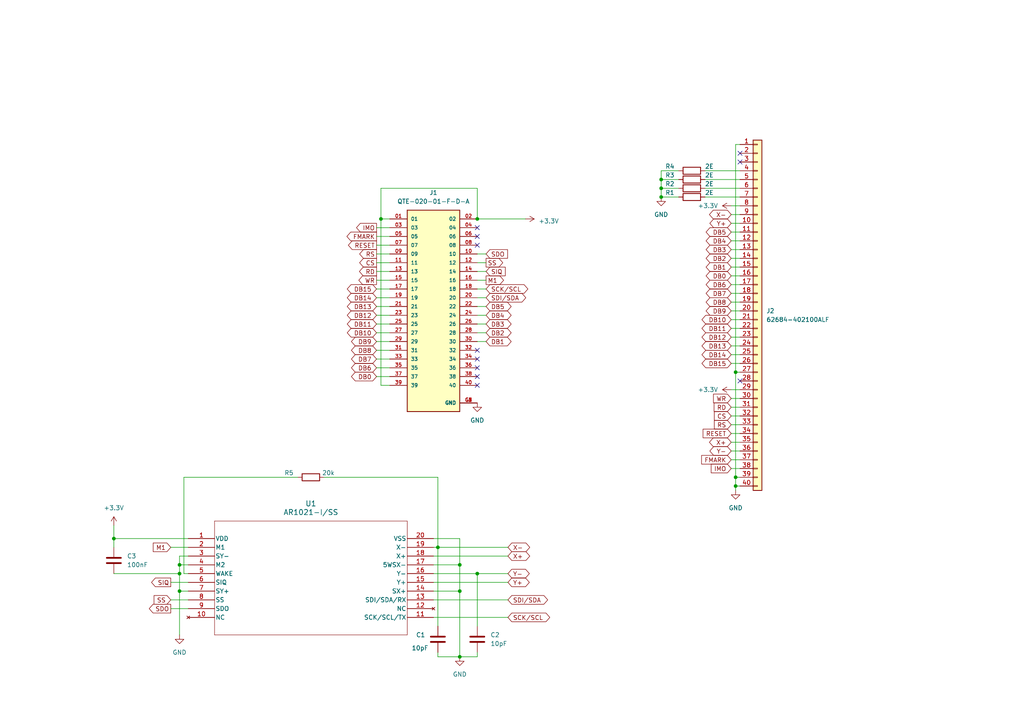
<source format=kicad_sch>
(kicad_sch (version 20230121) (generator eeschema)
  (paper "A4")
  (lib_symbols
    (symbol "Connector_Generic:Conn_01x40" (pin_names (offset 1.016) hide)
      (property "Reference" "J" (at 0 50.8 0))
      (property "Value" "Conn_01x40" (at 0 -53.34 0))
      (symbol "Conn_01x40_1_1"
        (rectangle (start -1.27 -50.673) (end 0 -50.927) (stroke (width 0.1524)))
        (rectangle (start -1.27 -48.133) (end 0 -48.387) (stroke (width 0.1524)))
        (rectangle (start -1.27 -45.593) (end 0 -45.847) (stroke (width 0.1524)))
        (rectangle (start -1.27 -43.053) (end 0 -43.307) (stroke (width 0.1524)))
        (rectangle (start -1.27 -40.513) (end 0 -40.767) (stroke (width 0.1524)))
        (rectangle (start -1.27 -37.973) (end 0 -38.227) (stroke (width 0.1524)))
        (rectangle (start -1.27 -35.433) (end 0 -35.687) (stroke (width 0.1524)))
        (rectangle (start -1.27 -32.893) (end 0 -33.147) (stroke (width 0.1524)))
        (rectangle (start -1.27 -30.353) (end 0 -30.607) (stroke (width 0.1524)))
        (rectangle (start -1.27 -27.813) (end 0 -28.067) (stroke (width 0.1524)))
        (rectangle (start -1.27 -25.273) (end 0 -25.527) (stroke (width 0.1524)))
        (rectangle (start -1.27 -22.733) (end 0 -22.987) (stroke (width 0.1524)))
        (rectangle (start -1.27 -20.193) (end 0 -20.447) (stroke (width 0.1524)))
        (rectangle (start -1.27 -17.653) (end 0 -17.907) (stroke (width 0.1524)))
        (rectangle (start -1.27 -15.113) (end 0 -15.367) (stroke (width 0.1524)))
        (rectangle (start -1.27 -12.573) (end 0 -12.827) (stroke (width 0.1524)))
        (rectangle (start -1.27 -10.033) (end 0 -10.287) (stroke (width 0.1524)))
        (rectangle (start -1.27 -7.493) (end 0 -7.747) (stroke (width 0.1524)))
        (rectangle (start -1.27 -4.953) (end 0 -5.207) (stroke (width 0.1524)))
        (rectangle (start -1.27 -2.413) (end 0 -2.667) (stroke (width 0.1524)))
        (rectangle (start -1.27 0.127) (end 0 -0.127) (stroke (width 0.1524)))
        (rectangle (start -1.27 2.667) (end 0 2.413) (stroke (width 0.1524)))
        (rectangle (start -1.27 5.207) (end 0 4.953) (stroke (width 0.1524)))
        (rectangle (start -1.27 7.747) (end 0 7.493) (stroke (width 0.1524)))
        (rectangle (start -1.27 10.287) (end 0 10.033) (stroke (width 0.1524)))
        (rectangle (start -1.27 12.827) (end 0 12.573) (stroke (width 0.1524)))
        (rectangle (start -1.27 15.367) (end 0 15.113) (stroke (width 0.1524)))
        (rectangle (start -1.27 17.907) (end 0 17.653) (stroke (width 0.1524)))
        (rectangle (start -1.27 20.447) (end 0 20.193) (stroke (width 0.1524)))
        (rectangle (start -1.27 22.987) (end 0 22.733) (stroke (width 0.1524)))
        (rectangle (start -1.27 25.527) (end 0 25.273) (stroke (width 0.1524)))
        (rectangle (start -1.27 28.067) (end 0 27.813) (stroke (width 0.1524)))
        (rectangle (start -1.27 30.607) (end 0 30.353) (stroke (width 0.1524)))
        (rectangle (start -1.27 33.147) (end 0 32.893) (stroke (width 0.1524)))
        (rectangle (start -1.27 35.687) (end 0 35.433) (stroke (width 0.1524)))
        (rectangle (start -1.27 38.227) (end 0 37.973) (stroke (width 0.1524)))
        (rectangle (start -1.27 40.767) (end 0 40.513) (stroke (width 0.1524)))
        (rectangle (start -1.27 43.307) (end 0 43.053) (stroke (width 0.1524)))
        (rectangle (start -1.27 45.847) (end 0 45.593) (stroke (width 0.1524)))
        (rectangle (start -1.27 48.387) (end 0 48.133) (stroke (width 0.1524)))
        (rectangle (start -1.27 49.53) (end 1.27 -52.07) (stroke (width 0.254)) (fill (type background)))
        (pin passive line (at -5.08 48.26 0) (length 3.81) (name "Pin_1") (number "1"))
        (pin passive line (at -5.08 25.4 0) (length 3.81) (name "Pin_10") (number "10"))
        (pin passive line (at -5.08 22.86 0) (length 3.81) (name "Pin_11") (number "11"))
        (pin passive line (at -5.08 20.32 0) (length 3.81) (name "Pin_12") (number "12"))
        (pin passive line (at -5.08 17.78 0) (length 3.81) (name "Pin_13") (number "13"))
        (pin passive line (at -5.08 15.24 0) (length 3.81) (name "Pin_14") (number "14"))
        (pin passive line (at -5.08 12.7 0) (length 3.81) (name "Pin_15") (number "15"))
        (pin passive line (at -5.08 10.16 0) (length 3.81) (name "Pin_16") (number "16"))
        (pin passive line (at -5.08 7.62 0) (length 3.81) (name "Pin_17") (number "17"))
        (pin passive line (at -5.08 5.08 0) (length 3.81) (name "Pin_18") (number "18"))
        (pin passive line (at -5.08 2.54 0) (length 3.81) (name "Pin_19") (number "19"))
        (pin passive line (at -5.08 45.72 0) (length 3.81) (name "Pin_2") (number "2"))
        (pin passive line (at -5.08 0 0) (length 3.81) (name "Pin_20") (number "20"))
        (pin passive line (at -5.08 -2.54 0) (length 3.81) (name "Pin_21") (number "21"))
        (pin passive line (at -5.08 -5.08 0) (length 3.81) (name "Pin_22") (number "22"))
        (pin passive line (at -5.08 -7.62 0) (length 3.81) (name "Pin_23") (number "23"))
        (pin passive line (at -5.08 -10.16 0) (length 3.81) (name "Pin_24") (number "24"))
        (pin passive line (at -5.08 -12.7 0) (length 3.81) (name "Pin_25") (number "25"))
        (pin passive line (at -5.08 -15.24 0) (length 3.81) (name "Pin_26") (number "26"))
        (pin passive line (at -5.08 -17.78 0) (length 3.81) (name "Pin_27") (number "27"))
        (pin passive line (at -5.08 -20.32 0) (length 3.81) (name "Pin_28") (number "28"))
        (pin passive line (at -5.08 -22.86 0) (length 3.81) (name "Pin_29") (number "29"))
        (pin passive line (at -5.08 43.18 0) (length 3.81) (name "Pin_3") (number "3"))
        (pin passive line (at -5.08 -25.4 0) (length 3.81) (name "Pin_30") (number "30"))
        (pin passive line (at -5.08 -27.94 0) (length 3.81) (name "Pin_31") (number "31"))
        (pin passive line (at -5.08 -30.48 0) (length 3.81) (name "Pin_32") (number "32"))
        (pin passive line (at -5.08 -33.02 0) (length 3.81) (name "Pin_33") (number "33"))
        (pin passive line (at -5.08 -35.56 0) (length 3.81) (name "Pin_34") (number "34"))
        (pin passive line (at -5.08 -38.1 0) (length 3.81) (name "Pin_35") (number "35"))
        (pin passive line (at -5.08 -40.64 0) (length 3.81) (name "Pin_36") (number "36"))
        (pin passive line (at -5.08 -43.18 0) (length 3.81) (name "Pin_37") (number "37"))
        (pin passive line (at -5.08 -45.72 0) (length 3.81) (name "Pin_38") (number "38"))
        (pin passive line (at -5.08 -48.26 0) (length 3.81) (name "Pin_39") (number "39"))
        (pin passive line (at -5.08 40.64 0) (length 3.81) (name "Pin_4") (number "4"))
        (pin passive line (at -5.08 -50.8 0) (length 3.81) (name "Pin_40") (number "40"))
        (pin passive line (at -5.08 38.1 0) (length 3.81) (name "Pin_5") (number "5"))
        (pin passive line (at -5.08 35.56 0) (length 3.81) (name "Pin_6") (number "6"))
        (pin passive line (at -5.08 33.02 0) (length 3.81) (name "Pin_7") (number "7"))
        (pin passive line (at -5.08 30.48 0) (length 3.81) (name "Pin_8") (number "8"))
        (pin passive line (at -5.08 27.94 0) (length 3.81) (name "Pin_9") (number "9"))
      )
    )
    (symbol "Device:C" (pin_numbers hide) (pin_names (offset 0.254))
      (property "Reference" "C" (at 0.635 2.54 0))
      (property "Value" "C" (at 0.635 -2.54 0))
      (symbol "C_0_1"
        (polyline (pts (xy -2.032 -0.762) (xy 2.032 -0.762)) (stroke (width 0.508)))
        (polyline (pts (xy -2.032 0.762) (xy 2.032 0.762)) (stroke (width 0.508)))
      )
      (symbol "C_1_1"
        (pin passive line (at 0 3.81 270) (length 2.794) (name "~") (number "1"))
        (pin passive line (at 0 -3.81 90) (length 2.794) (name "~") (number "2"))
      )
    )
    (symbol "Device:R" (pin_numbers hide) (pin_names (offset 0))
      (property "Reference" "R" (at 2.032 0 90))
      (property "Value" "R" (at 0 0 90))
      (symbol "R_0_1"
        (rectangle (start -1.016 -2.54) (end 1.016 2.54) (stroke (width 0.254)))
      )
      (symbol "R_1_1"
        (pin passive line (at 0 3.81 270) (length 1.27) (name "~") (number "1"))
        (pin passive line (at 0 -3.81 90) (length 1.27) (name "~") (number "2"))
      )
    )
    (symbol "addOnTemplate:QTE-020-01-X-D-A" (pin_names (offset 1.016))
      (property "Reference" "J" (at -7.62 28.702 0))
      (property "Value" "QTE-020-01-X-D-A" (at -7.62 -31.242 0))
      (symbol "QTE-020-01-X-D-A_0_0"
        (rectangle (start -7.62 27.94) (end 7.62 -30.48) (stroke (width 0.254)) (fill (type background)))
        (pin passive line (at -12.7 25.4 0) (length 5.08) (name "01") (number "01"))
        (pin passive line (at 12.7 25.4 180) (length 5.08) (name "02") (number "02"))
        (pin passive line (at -12.7 22.86 0) (length 5.08) (name "03") (number "03"))
        (pin passive line (at 12.7 22.86 180) (length 5.08) (name "04") (number "04"))
        (pin passive line (at -12.7 20.32 0) (length 5.08) (name "05") (number "05"))
        (pin passive line (at 12.7 20.32 180) (length 5.08) (name "06") (number "06"))
        (pin passive line (at -12.7 17.78 0) (length 5.08) (name "07") (number "07"))
        (pin passive line (at 12.7 17.78 180) (length 5.08) (name "08") (number "08"))
        (pin passive line (at -12.7 15.24 0) (length 5.08) (name "09") (number "09"))
        (pin passive line (at 12.7 15.24 180) (length 5.08) (name "10") (number "10"))
        (pin passive line (at -12.7 12.7 0) (length 5.08) (name "11") (number "11"))
        (pin passive line (at 12.7 12.7 180) (length 5.08) (name "12") (number "12"))
        (pin passive line (at -12.7 10.16 0) (length 5.08) (name "13") (number "13"))
        (pin passive line (at 12.7 10.16 180) (length 5.08) (name "14") (number "14"))
        (pin passive line (at -12.7 7.62 0) (length 5.08) (name "15") (number "15"))
        (pin passive line (at 12.7 7.62 180) (length 5.08) (name "16") (number "16"))
        (pin passive line (at -12.7 5.08 0) (length 5.08) (name "17") (number "17"))
        (pin passive line (at 12.7 5.08 180) (length 5.08) (name "18") (number "18"))
        (pin passive line (at -12.7 2.54 0) (length 5.08) (name "19") (number "19"))
        (pin passive line (at 12.7 2.54 180) (length 5.08) (name "20") (number "20"))
        (pin passive line (at -12.7 0 0) (length 5.08) (name "21") (number "21"))
        (pin passive line (at 12.7 0 180) (length 5.08) (name "22") (number "22"))
        (pin passive line (at -12.7 -2.54 0) (length 5.08) (name "23") (number "23"))
        (pin passive line (at 12.7 -2.54 180) (length 5.08) (name "24") (number "24"))
        (pin passive line (at -12.7 -5.08 0) (length 5.08) (name "25") (number "25"))
        (pin passive line (at 12.7 -5.08 180) (length 5.08) (name "26") (number "26"))
        (pin passive line (at -12.7 -7.62 0) (length 5.08) (name "27") (number "27"))
        (pin passive line (at 12.7 -7.62 180) (length 5.08) (name "28") (number "28"))
        (pin passive line (at -12.7 -10.16 0) (length 5.08) (name "29") (number "29"))
        (pin passive line (at 12.7 -10.16 180) (length 5.08) (name "30") (number "30"))
        (pin passive line (at -12.7 -12.7 0) (length 5.08) (name "31") (number "31"))
        (pin passive line (at 12.7 -12.7 180) (length 5.08) (name "32") (number "32"))
        (pin passive line (at -12.7 -15.24 0) (length 5.08) (name "33") (number "33"))
        (pin passive line (at 12.7 -15.24 180) (length 5.08) (name "34") (number "34"))
        (pin passive line (at -12.7 -17.78 0) (length 5.08) (name "35") (number "35"))
        (pin passive line (at 12.7 -17.78 180) (length 5.08) (name "36") (number "36"))
        (pin passive line (at -12.7 -20.32 0) (length 5.08) (name "37") (number "37"))
        (pin passive line (at 12.7 -20.32 180) (length 5.08) (name "38") (number "38"))
        (pin passive line (at -12.7 -22.86 0) (length 5.08) (name "39") (number "39"))
        (pin passive line (at 12.7 -22.86 180) (length 5.08) (name "40") (number "40"))
        (pin power_in line (at 12.7 -27.94 180) (length 5.08) (name "GND") (number "G1"))
        (pin power_in line (at 12.7 -27.94 180) (length 5.08) (name "GND") (number "G2"))
        (pin power_in line (at 12.7 -27.94 180) (length 5.08) (name "GND") (number "G3"))
        (pin power_in line (at 12.7 -27.94 180) (length 5.08) (name "GND") (number "G4"))
      )
    )
    (symbol "mseAddOn:AR1021-I_SS" (pin_names (offset 0.254))
      (property "Reference" "U" (at 35.56 10.16 0))
      (property "Value" "AR1021-I/SS" (at 35.56 7.62 0))
      (symbol "AR1021-I_SS_0_1"
        (polyline (pts (xy 7.62 -27.94) (xy 63.5 -27.94)) (stroke (width 0.127)))
        (polyline (pts (xy 7.62 5.08) (xy 7.62 -27.94)) (stroke (width 0.127)))
        (polyline (pts (xy 63.5 -27.94) (xy 63.5 5.08)) (stroke (width 0.127)))
        (polyline (pts (xy 63.5 5.08) (xy 7.62 5.08)) (stroke (width 0.127)))
        (pin power_in line (at 0 0 0) (length 7.62) (name "VDD") (number "1"))
        (pin no_connect line (at 0 -22.86 0) (length 7.62) (name "NC") (number "10"))
        (pin unspecified line (at 71.12 -22.86 180) (length 7.62) (name "SCK/SCL/TX") (number "11"))
        (pin no_connect line (at 71.12 -20.32 180) (length 7.62) (name "NC") (number "12"))
        (pin unspecified line (at 71.12 -17.78 180) (length 7.62) (name "SDI/SDA/RX") (number "13"))
        (pin unspecified line (at 71.12 -15.24 180) (length 7.62) (name "SX+") (number "14"))
        (pin unspecified line (at 71.12 -12.7 180) (length 7.62) (name "Y+") (number "15"))
        (pin unspecified line (at 71.12 -10.16 180) (length 7.62) (name "Y-") (number "16"))
        (pin unspecified line (at 71.12 -7.62 180) (length 7.62) (name "5WSX-") (number "17"))
        (pin unspecified line (at 71.12 -5.08 180) (length 7.62) (name "X+") (number "18"))
        (pin unspecified line (at 71.12 -2.54 180) (length 7.62) (name "X-") (number "19"))
        (pin unspecified line (at 0 -2.54 0) (length 7.62) (name "M1") (number "2"))
        (pin power_in line (at 71.12 0 180) (length 7.62) (name "VSS") (number "20"))
        (pin unspecified line (at 0 -5.08 0) (length 7.62) (name "SY-") (number "3"))
        (pin unspecified line (at 0 -7.62 0) (length 7.62) (name "M2") (number "4"))
        (pin unspecified line (at 0 -10.16 0) (length 7.62) (name "WAKE") (number "5"))
        (pin unspecified line (at 0 -12.7 0) (length 7.62) (name "SIQ") (number "6"))
        (pin unspecified line (at 0 -15.24 0) (length 7.62) (name "SY+") (number "7"))
        (pin unspecified line (at 0 -17.78 0) (length 7.62) (name "SS") (number "8"))
        (pin output line (at 0 -20.32 0) (length 7.62) (name "SDO") (number "9"))
      )
    )
    (symbol "power:+3.3V" (power) (pin_names (offset 0))
      (property "Value" "+3.3V" (at 0 3.556 0))
      (symbol "+3.3V_0_1"
        (polyline (pts (xy -0.762 1.27) (xy 0 2.54)))
        (polyline (pts (xy 0 0) (xy 0 2.54)))
        (polyline (pts (xy 0 2.54) (xy 0.762 1.27)))
      )
      (symbol "+3.3V_1_1"
        (pin power_in line (at 0 0 90) (length 0) hide (name "+3.3V") (number "1"))
      )
    )
    (symbol "power:GND" (power) (pin_names (offset 0))
      (property "Value" "GND" (at 0 -3.81 0))
      (symbol "GND_0_1"
        (polyline (pts (xy 0 0) (xy 0 -1.27) (xy 1.27 -1.27) (xy 0 -2.54) (xy -1.27 -1.27) (xy 0 -1.27)))
      )
      (symbol "GND_1_1"
        (pin power_in line (at 0 0 270) (length 0) hide (name "GND") (number "1"))
      )
    )
  )
  (junction (at 191.77 54.61))
  (junction (at 138.43 63.5))
  (junction (at 213.36 107.95))
  (junction (at 191.77 52.07))
  (junction (at 213.36 140.97))
  (junction (at 52.07 163.83))
  (junction (at 52.07 166.37))
  (junction (at 110.49 63.5))
  (junction (at 127 158.75))
  (junction (at 133.35 171.45))
  (junction (at 213.36 138.43))
  (junction (at 133.35 163.83))
  (junction (at 191.77 57.15))
  (junction (at 138.43 166.37))
  (junction (at 133.35 190.5))
  (junction (at 33.02 156.21))
  (junction (at 52.07 171.45))
  (no_connect (at 138.43 66.04))
  (no_connect (at 138.43 71.12))
  (no_connect (at 138.43 109.22))
  (no_connect (at 138.43 101.6))
  (no_connect (at 138.43 68.58))
  (no_connect (at 138.43 104.14))
  (no_connect (at 138.43 106.68))
  (no_connect (at 214.63 46.99))
  (no_connect (at 214.63 110.49))
  (no_connect (at 214.63 44.45))
  (no_connect (at 138.43 111.76))
  (wire (pts (xy 212.09 95.25) (xy 214.63 95.25)))
  (wire (pts (xy 109.22 109.22) (xy 113.03 109.22)))
  (wire (pts (xy 214.63 107.95) (xy 213.36 107.95)))
  (wire (pts (xy 212.09 113.03) (xy 214.63 113.03)))
  (wire (pts (xy 212.09 62.23) (xy 214.63 62.23)))
  (wire (pts (xy 133.35 171.45) (xy 133.35 190.5)))
  (wire (pts (xy 52.07 171.45) (xy 52.07 184.15)))
  (wire (pts (xy 33.02 166.37) (xy 52.07 166.37)))
  (wire (pts (xy 138.43 81.28) (xy 140.97 81.28)))
  (wire (pts (xy 212.09 102.87) (xy 214.63 102.87)))
  (wire (pts (xy 138.43 86.36) (xy 140.97 86.36)))
  (wire (pts (xy 204.47 54.61) (xy 214.63 54.61)))
  (wire (pts (xy 204.47 52.07) (xy 214.63 52.07)))
  (wire (pts (xy 212.09 92.71) (xy 214.63 92.71)))
  (wire (pts (xy 152.4 63.5) (xy 138.43 63.5)))
  (wire (pts (xy 125.73 158.75) (xy 127 158.75)))
  (wire (pts (xy 109.22 73.66) (xy 113.03 73.66)))
  (wire (pts (xy 54.61 161.29) (xy 52.07 161.29)))
  (wire (pts (xy 204.47 57.15) (xy 214.63 57.15)))
  (wire (pts (xy 125.73 171.45) (xy 133.35 171.45)))
  (wire (pts (xy 109.22 88.9) (xy 113.03 88.9)))
  (wire (pts (xy 138.43 189.23) (xy 138.43 190.5)))
  (wire (pts (xy 204.47 49.53) (xy 214.63 49.53)))
  (wire (pts (xy 212.09 100.33) (xy 214.63 100.33)))
  (wire (pts (xy 212.09 133.35) (xy 214.63 133.35)))
  (wire (pts (xy 109.22 66.04) (xy 113.03 66.04)))
  (wire (pts (xy 212.09 105.41) (xy 214.63 105.41)))
  (wire (pts (xy 212.09 120.65) (xy 214.63 120.65)))
  (wire (pts (xy 213.36 138.43) (xy 213.36 140.97)))
  (wire (pts (xy 49.53 173.99) (xy 54.61 173.99)))
  (wire (pts (xy 191.77 54.61) (xy 191.77 57.15)))
  (wire (pts (xy 109.22 86.36) (xy 113.03 86.36)))
  (wire (pts (xy 33.02 152.4) (xy 33.02 156.21)))
  (wire (pts (xy 212.09 87.63) (xy 214.63 87.63)))
  (wire (pts (xy 138.43 73.66) (xy 140.97 73.66)))
  (wire (pts (xy 52.07 161.29) (xy 52.07 163.83)))
  (wire (pts (xy 133.35 156.21) (xy 133.35 163.83)))
  (wire (pts (xy 213.36 140.97) (xy 213.36 142.24)))
  (wire (pts (xy 213.36 107.95) (xy 213.36 138.43)))
  (wire (pts (xy 33.02 156.21) (xy 54.61 156.21)))
  (wire (pts (xy 138.43 76.2) (xy 140.97 76.2)))
  (wire (pts (xy 110.49 63.5) (xy 110.49 54.61)))
  (wire (pts (xy 109.22 78.74) (xy 113.03 78.74)))
  (wire (pts (xy 133.35 190.5) (xy 138.43 190.5)))
  (wire (pts (xy 138.43 96.52) (xy 140.97 96.52)))
  (wire (pts (xy 125.73 168.91) (xy 147.32 168.91)))
  (wire (pts (xy 109.22 81.28) (xy 113.03 81.28)))
  (wire (pts (xy 214.63 41.91) (xy 213.36 41.91)))
  (wire (pts (xy 110.49 54.61) (xy 138.43 54.61)))
  (wire (pts (xy 127 189.23) (xy 127 190.5)))
  (wire (pts (xy 212.09 118.11) (xy 214.63 118.11)))
  (wire (pts (xy 138.43 88.9) (xy 140.97 88.9)))
  (wire (pts (xy 125.73 161.29) (xy 147.32 161.29)))
  (wire (pts (xy 49.53 168.91) (xy 54.61 168.91)))
  (wire (pts (xy 52.07 171.45) (xy 54.61 171.45)))
  (wire (pts (xy 212.09 123.19) (xy 214.63 123.19)))
  (wire (pts (xy 125.73 166.37) (xy 138.43 166.37)))
  (wire (pts (xy 212.09 67.31) (xy 214.63 67.31)))
  (wire (pts (xy 33.02 156.21) (xy 33.02 158.75)))
  (wire (pts (xy 138.43 166.37) (xy 138.43 181.61)))
  (wire (pts (xy 53.34 138.43) (xy 53.34 166.37)))
  (wire (pts (xy 196.85 52.07) (xy 191.77 52.07)))
  (wire (pts (xy 109.22 106.68) (xy 113.03 106.68)))
  (wire (pts (xy 191.77 57.15) (xy 196.85 57.15)))
  (wire (pts (xy 212.09 125.73) (xy 214.63 125.73)))
  (wire (pts (xy 110.49 111.76) (xy 113.03 111.76)))
  (wire (pts (xy 53.34 166.37) (xy 54.61 166.37)))
  (wire (pts (xy 212.09 90.17) (xy 214.63 90.17)))
  (wire (pts (xy 138.43 93.98) (xy 140.97 93.98)))
  (wire (pts (xy 49.53 176.53) (xy 54.61 176.53)))
  (wire (pts (xy 109.22 96.52) (xy 113.03 96.52)))
  (wire (pts (xy 212.09 115.57) (xy 214.63 115.57)))
  (wire (pts (xy 213.36 41.91) (xy 213.36 107.95)))
  (wire (pts (xy 109.22 71.12) (xy 113.03 71.12)))
  (wire (pts (xy 212.09 77.47) (xy 214.63 77.47)))
  (wire (pts (xy 109.22 99.06) (xy 113.03 99.06)))
  (wire (pts (xy 109.22 93.98) (xy 113.03 93.98)))
  (wire (pts (xy 109.22 68.58) (xy 113.03 68.58)))
  (wire (pts (xy 109.22 76.2) (xy 113.03 76.2)))
  (wire (pts (xy 109.22 104.14) (xy 113.03 104.14)))
  (wire (pts (xy 113.03 63.5) (xy 110.49 63.5)))
  (wire (pts (xy 212.09 130.81) (xy 214.63 130.81)))
  (wire (pts (xy 109.22 83.82) (xy 113.03 83.82)))
  (wire (pts (xy 212.09 135.89) (xy 214.63 135.89)))
  (wire (pts (xy 127 158.75) (xy 147.32 158.75)))
  (wire (pts (xy 86.36 138.43) (xy 53.34 138.43)))
  (wire (pts (xy 214.63 140.97) (xy 213.36 140.97)))
  (wire (pts (xy 109.22 101.6) (xy 113.03 101.6)))
  (wire (pts (xy 109.22 91.44) (xy 113.03 91.44)))
  (wire (pts (xy 196.85 54.61) (xy 191.77 54.61)))
  (wire (pts (xy 125.73 179.07) (xy 147.32 179.07)))
  (wire (pts (xy 138.43 54.61) (xy 138.43 63.5)))
  (wire (pts (xy 52.07 163.83) (xy 52.07 166.37)))
  (wire (pts (xy 212.09 69.85) (xy 214.63 69.85)))
  (wire (pts (xy 54.61 163.83) (xy 52.07 163.83)))
  (wire (pts (xy 212.09 72.39) (xy 214.63 72.39)))
  (wire (pts (xy 138.43 78.74) (xy 140.97 78.74)))
  (wire (pts (xy 138.43 83.82) (xy 140.97 83.82)))
  (wire (pts (xy 49.53 158.75) (xy 54.61 158.75)))
  (wire (pts (xy 138.43 91.44) (xy 140.97 91.44)))
  (wire (pts (xy 214.63 138.43) (xy 213.36 138.43)))
  (wire (pts (xy 212.09 80.01) (xy 214.63 80.01)))
  (wire (pts (xy 212.09 128.27) (xy 214.63 128.27)))
  (wire (pts (xy 212.09 85.09) (xy 214.63 85.09)))
  (wire (pts (xy 110.49 63.5) (xy 110.49 111.76)))
  (wire (pts (xy 212.09 74.93) (xy 214.63 74.93)))
  (wire (pts (xy 138.43 166.37) (xy 147.32 166.37)))
  (wire (pts (xy 212.09 97.79) (xy 214.63 97.79)))
  (wire (pts (xy 52.07 166.37) (xy 52.07 171.45)))
  (wire (pts (xy 127 138.43) (xy 93.98 138.43)))
  (wire (pts (xy 212.09 64.77) (xy 214.63 64.77)))
  (wire (pts (xy 127 190.5) (xy 133.35 190.5)))
  (wire (pts (xy 133.35 163.83) (xy 133.35 171.45)))
  (wire (pts (xy 138.43 99.06) (xy 140.97 99.06)))
  (wire (pts (xy 191.77 52.07) (xy 191.77 54.61)))
  (wire (pts (xy 212.09 59.69) (xy 214.63 59.69)))
  (wire (pts (xy 196.85 49.53) (xy 191.77 49.53)))
  (wire (pts (xy 125.73 163.83) (xy 133.35 163.83)))
  (wire (pts (xy 127 158.75) (xy 127 181.61)))
  (wire (pts (xy 125.73 173.99) (xy 147.32 173.99)))
  (wire (pts (xy 127 158.75) (xy 127 138.43)))
  (wire (pts (xy 212.09 82.55) (xy 214.63 82.55)))
  (wire (pts (xy 125.73 156.21) (xy 133.35 156.21)))
  (wire (pts (xy 191.77 49.53) (xy 191.77 52.07)))
  (global_label "DB12" (shape bidirectional) (at 109.22 91.44 180) (property "Intersheetrefs" "${INTERSHEET_REFS}" (effects hide)))
  (global_label "DB9" (shape bidirectional) (at 109.22 99.06 180) (property "Intersheetrefs" "${INTERSHEET_REFS}" (effects hide)))
  (global_label "DB13" (shape bidirectional) (at 212.09 100.33 180) (property "Intersheetrefs" "${INTERSHEET_REFS}" (effects hide)))
  (global_label "X+" (shape bidirectional) (at 212.09 128.27 180) (property "Intersheetrefs" "${INTERSHEET_REFS}" (effects hide)))
  (global_label "RESET" (shape input) (at 212.09 125.73 180) (property "Intersheetrefs" "${INTERSHEET_REFS}" (effects hide)))
  (global_label "DB2" (shape bidirectional) (at 212.09 74.93 180) (property "Intersheetrefs" "${INTERSHEET_REFS}" (effects hide)))
  (global_label "DB6" (shape bidirectional) (at 212.09 82.55 180) (property "Intersheetrefs" "${INTERSHEET_REFS}" (effects hide)))
  (global_label "DB9" (shape bidirectional) (at 212.09 90.17 180) (property "Intersheetrefs" "${INTERSHEET_REFS}" (effects hide)))
  (global_label "DB15" (shape bidirectional) (at 212.09 105.41 180) (property "Intersheetrefs" "${INTERSHEET_REFS}" (effects hide)))
  (global_label "SDI{slash}SDA" (shape bidirectional) (at 140.97 86.36 0) (property "Intersheetrefs" "${INTERSHEET_REFS}" (effects hide)))
  (global_label "DB2" (shape bidirectional) (at 140.97 96.52 0) (property "Intersheetrefs" "${INTERSHEET_REFS}" (effects hide)))
  (global_label "DB12" (shape bidirectional) (at 212.09 97.79 180) (property "Intersheetrefs" "${INTERSHEET_REFS}" (effects hide)))
  (global_label "DB10" (shape bidirectional) (at 109.22 96.52 180) (property "Intersheetrefs" "${INTERSHEET_REFS}" (effects hide)))
  (global_label "X-" (shape bidirectional) (at 212.09 62.23 180) (property "Intersheetrefs" "${INTERSHEET_REFS}" (effects hide)))
  (global_label "Y+" (shape bidirectional) (at 147.32 168.91 0) (property "Intersheetrefs" "${INTERSHEET_REFS}" (effects hide)))
  (global_label "WR" (shape output) (at 109.22 81.28 180) (property "Intersheetrefs" "${INTERSHEET_REFS}" (effects hide)))
  (global_label "M1" (shape output) (at 140.97 81.28 0) (property "Intersheetrefs" "${INTERSHEET_REFS}" (effects hide)))
  (global_label "SS" (shape input) (at 49.53 173.99 180) (property "Intersheetrefs" "${INTERSHEET_REFS}" (effects hide)))
  (global_label "DB14" (shape bidirectional) (at 109.22 86.36 180) (property "Intersheetrefs" "${INTERSHEET_REFS}" (effects hide)))
  (global_label "SIQ" (shape input) (at 140.97 78.74 0) (property "Intersheetrefs" "${INTERSHEET_REFS}" (effects hide)))
  (global_label "SDO" (shape input) (at 140.97 73.66 0) (property "Intersheetrefs" "${INTERSHEET_REFS}" (effects hide)))
  (global_label "X+" (shape bidirectional) (at 147.32 161.29 0) (property "Intersheetrefs" "${INTERSHEET_REFS}" (effects hide)))
  (global_label "RS" (shape output) (at 109.22 73.66 180) (property "Intersheetrefs" "${INTERSHEET_REFS}" (effects hide)))
  (global_label "DB13" (shape bidirectional) (at 109.22 88.9 180) (property "Intersheetrefs" "${INTERSHEET_REFS}" (effects hide)))
  (global_label "DB3" (shape bidirectional) (at 212.09 72.39 180) (property "Intersheetrefs" "${INTERSHEET_REFS}" (effects hide)))
  (global_label "SDI{slash}SDA" (shape bidirectional) (at 147.32 173.99 0) (property "Intersheetrefs" "${INTERSHEET_REFS}" (effects hide)))
  (global_label "IMO" (shape input) (at 212.09 135.89 180) (property "Intersheetrefs" "${INTERSHEET_REFS}" (effects hide)))
  (global_label "SCK{slash}SCL" (shape bidirectional) (at 140.97 83.82 0) (property "Intersheetrefs" "${INTERSHEET_REFS}" (effects hide)))
  (global_label "DB4" (shape bidirectional) (at 212.09 69.85 180) (property "Intersheetrefs" "${INTERSHEET_REFS}" (effects hide)))
  (global_label "FMARK" (shape input) (at 212.09 133.35 180) (property "Intersheetrefs" "${INTERSHEET_REFS}" (effects hide)))
  (global_label "DB8" (shape bidirectional) (at 212.09 87.63 180) (property "Intersheetrefs" "${INTERSHEET_REFS}" (effects hide)))
  (global_label "DB6" (shape bidirectional) (at 109.22 106.68 180) (property "Intersheetrefs" "${INTERSHEET_REFS}" (effects hide)))
  (global_label "DB4" (shape bidirectional) (at 140.97 91.44 0) (property "Intersheetrefs" "${INTERSHEET_REFS}" (effects hide)))
  (global_label "FMARK" (shape output) (at 109.22 68.58 180) (property "Intersheetrefs" "${INTERSHEET_REFS}" (effects hide)))
  (global_label "SS" (shape output) (at 140.97 76.2 0) (property "Intersheetrefs" "${INTERSHEET_REFS}" (effects hide)))
  (global_label "DB5" (shape bidirectional) (at 140.97 88.9 0) (property "Intersheetrefs" "${INTERSHEET_REFS}" (effects hide)))
  (global_label "Y-" (shape bidirectional) (at 212.09 130.81 180) (property "Intersheetrefs" "${INTERSHEET_REFS}" (effects hide)))
  (global_label "DB7" (shape bidirectional) (at 212.09 85.09 180) (property "Intersheetrefs" "${INTERSHEET_REFS}" (effects hide)))
  (global_label "WR" (shape input) (at 212.09 115.57 180) (property "Intersheetrefs" "${INTERSHEET_REFS}" (effects hide)))
  (global_label "RS" (shape input) (at 212.09 123.19 180) (property "Intersheetrefs" "${INTERSHEET_REFS}" (effects hide)))
  (global_label "RESET" (shape output) (at 109.22 71.12 180) (property "Intersheetrefs" "${INTERSHEET_REFS}" (effects hide)))
  (global_label "IMO" (shape output) (at 109.22 66.04 180) (property "Intersheetrefs" "${INTERSHEET_REFS}" (effects hide)))
  (global_label "Y-" (shape bidirectional) (at 147.32 166.37 0) (property "Intersheetrefs" "${INTERSHEET_REFS}" (effects hide)))
  (global_label "X-" (shape bidirectional) (at 147.32 158.75 0) (property "Intersheetrefs" "${INTERSHEET_REFS}" (effects hide)))
  (global_label "DB15" (shape bidirectional) (at 109.22 83.82 180) (property "Intersheetrefs" "${INTERSHEET_REFS}" (effects hide)))
  (global_label "DB1" (shape bidirectional) (at 140.97 99.06 0) (property "Intersheetrefs" "${INTERSHEET_REFS}" (effects hide)))
  (global_label "DB14" (shape bidirectional) (at 212.09 102.87 180) (property "Intersheetrefs" "${INTERSHEET_REFS}" (effects hide)))
  (global_label "SIQ" (shape output) (at 49.53 168.91 180) (property "Intersheetrefs" "${INTERSHEET_REFS}" (effects hide)))
  (global_label "DB7" (shape bidirectional) (at 109.22 104.14 180) (property "Intersheetrefs" "${INTERSHEET_REFS}" (effects hide)))
  (global_label "M1" (shape input) (at 49.53 158.75 180) (property "Intersheetrefs" "${INTERSHEET_REFS}" (effects hide)))
  (global_label "DB8" (shape bidirectional) (at 109.22 101.6 180) (property "Intersheetrefs" "${INTERSHEET_REFS}" (effects hide)))
  (global_label "DB0" (shape bidirectional) (at 212.09 80.01 180) (property "Intersheetrefs" "${INTERSHEET_REFS}" (effects hide)))
  (global_label "DB1" (shape bidirectional) (at 212.09 77.47 180) (property "Intersheetrefs" "${INTERSHEET_REFS}" (effects hide)))
  (global_label "Y+" (shape bidirectional) (at 212.09 64.77 180) (property "Intersheetrefs" "${INTERSHEET_REFS}" (effects hide)))
  (global_label "RD" (shape input) (at 212.09 118.11 180) (property "Intersheetrefs" "${INTERSHEET_REFS}" (effects hide)))
  (global_label "DB3" (shape bidirectional) (at 140.97 93.98 0) (property "Intersheetrefs" "${INTERSHEET_REFS}" (effects hide)))
  (global_label "DB0" (shape bidirectional) (at 109.22 109.22 180) (property "Intersheetrefs" "${INTERSHEET_REFS}" (effects hide)))
  (global_label "DB11" (shape bidirectional) (at 109.22 93.98 180) (property "Intersheetrefs" "${INTERSHEET_REFS}" (effects hide)))
  (global_label "CS" (shape output) (at 109.22 76.2 180) (property "Intersheetrefs" "${INTERSHEET_REFS}" (effects hide)))
  (global_label "SCK{slash}SCL" (shape bidirectional) (at 147.32 179.07 0) (property "Intersheetrefs" "${INTERSHEET_REFS}" (effects hide)))
  (global_label "DB5" (shape bidirectional) (at 212.09 67.31 180) (property "Intersheetrefs" "${INTERSHEET_REFS}" (effects hide)))
  (global_label "DB10" (shape bidirectional) (at 212.09 92.71 180) (property "Intersheetrefs" "${INTERSHEET_REFS}" (effects hide)))
  (global_label "SDO" (shape output) (at 49.53 176.53 180) (property "Intersheetrefs" "${INTERSHEET_REFS}" (effects hide)))
  (global_label "CS" (shape input) (at 212.09 120.65 180) (property "Intersheetrefs" "${INTERSHEET_REFS}" (effects hide)))
  (global_label "DB11" (shape bidirectional) (at 212.09 95.25 180) (property "Intersheetrefs" "${INTERSHEET_REFS}" (effects hide)))
  (global_label "RD" (shape output) (at 109.22 78.74 180) (property "Intersheetrefs" "${INTERSHEET_REFS}" (effects hide)))
  (symbol (lib_id "power:GND") (at 133.35 190.5 0) (unit 1)
    (property "Reference" "#PWR08" (effects hide))
    (property "Value" "GND" (at 133.35 195.58 0))
  )
  (symbol (lib_id "power:GND") (at 213.36 142.24 0) (unit 1)
    (property "Reference" "#PWR03" (effects hide))
    (property "Value" "GND" (at 213.36 147.32 0))
  )
  (symbol (lib_id "power:GND") (at 138.43 116.84 0) (unit 1)
    (property "Reference" "#PWR01" (effects hide))
    (property "Value" "GND" (at 138.43 121.92 0))
  )
  (symbol (lib_id "Connector_Generic:Conn_01x40") (at 219.71 90.17 0) (unit 1)
    (property "Reference" "J2" (at 222.25 90.17 0) (effects (justify left)))
    (property "Value" "62684-402100ALF" (at 222.25 92.71 0) (effects (justify left)))
    (property "Footprint" "mseAddOn:CONN_62684-402100ALF_AMP" (effects hide))
  )
  (symbol (lib_id "Device:R") (at 200.66 54.61 90) (unit 1)
    (property "Reference" "R2" (at 194.31 53.34 90))
    (property "Value" "2E" (at 205.74 53.34 90))
    (property "Footprint" "Resistor_SMD:R_0402_1005Metric" (effects hide))
  )
  (symbol (lib_id "Device:C") (at 33.02 162.56 0) (unit 1)
    (property "Reference" "C3" (at 36.83 161.29 0) (effects (justify left)))
    (property "Value" "100nF" (at 36.83 163.83 0) (effects (justify left)))
    (property "Footprint" "Capacitor_SMD:C_0402_1005Metric" (effects hide))
  )
  (symbol (lib_id "power:+3.3V") (at 33.02 152.4 0) (unit 1)
    (property "Reference" "#PWR09" (effects hide))
    (property "Value" "+3.3V" (at 33.02 147.32 0))
  )
  (symbol (lib_id "power:GND") (at 52.07 184.15 0) (unit 1)
    (property "Reference" "#PWR07" (effects hide))
    (property "Value" "GND" (at 52.07 189.23 0))
  )
  (symbol (lib_id "Device:R") (at 90.17 138.43 90) (unit 1)
    (property "Reference" "R5" (at 83.82 137.16 90))
    (property "Value" "20k" (at 95.25 137.16 90))
    (property "Footprint" "Resistor_SMD:R_0402_1005Metric" (effects hide))
  )
  (symbol (lib_id "power:+3.3V") (at 212.09 113.03 90) (unit 1)
    (property "Reference" "#PWR04" (effects hide))
    (property "Value" "+3.3V" (at 208.28 113.03 90) (effects (justify left)))
  )
  (symbol (lib_id "Device:C") (at 138.43 185.42 0) (unit 1)
    (property "Reference" "C2" (at 142.24 184.15 0) (effects (justify left)))
    (property "Value" "10pF" (at 142.24 186.69 0) (effects (justify left)))
    (property "Footprint" "Capacitor_SMD:C_0402_1005Metric" (effects hide))
  )
  (symbol (lib_id "power:+3.3V") (at 152.4 63.5 270) (unit 1)
    (property "Reference" "#PWR02" (effects hide))
    (property "Value" "+3.3V" (at 156.21 64.135 90) (effects (justify left)))
  )
  (symbol (lib_id "Device:C") (at 127 185.42 0) (unit 1)
    (property "Reference" "C1" (at 120.65 184.15 0) (effects (justify left)))
    (property "Value" "10pF" (at 119.38 187.96 0) (effects (justify left)))
    (property "Footprint" "Capacitor_SMD:C_0402_1005Metric" (effects hide))
  )
  (symbol (lib_id "Device:R") (at 200.66 52.07 90) (unit 1)
    (property "Reference" "R3" (at 194.31 50.8 90))
    (property "Value" "2E" (at 205.74 50.8 90))
    (property "Footprint" "Resistor_SMD:R_0402_1005Metric" (effects hide))
  )
  (symbol (lib_id "Device:R") (at 200.66 49.53 90) (unit 1)
    (property "Reference" "R4" (at 194.31 48.26 90))
    (property "Value" "2E" (at 205.74 48.26 90))
    (property "Footprint" "Resistor_SMD:R_0402_1005Metric" (effects hide))
  )
  (symbol (lib_id "Device:R") (at 200.66 57.15 90) (unit 1)
    (property "Reference" "R1" (at 194.31 55.88 90))
    (property "Value" "2E" (at 205.74 55.88 90))
    (property "Footprint" "Resistor_SMD:R_0402_1005Metric" (effects hide))
  )
  (symbol (lib_id "addOnTemplate:QTE-020-01-X-D-A") (at 125.73 88.9 0) (unit 1)
    (property "Reference" "J1" (at 125.73 55.88 0))
    (property "Value" "QTE-020-01-F-D-A" (at 125.73 58.42 0))
    (property "Footprint" "addOnTemplate:SAMTEC_QTE-020-01-X-D-A" (effects hide))
    (property "PARTREV" "K" (effects hide))
    (property "MANUFACTURER" "Samtec" (effects hide))
    (property "MAXIMUM_PACKAGE_HEIGHT" "4.347 mm" (effects hide))
    (property "STANDARD" "Manufacturer Recommendations" (effects hide))
  )
  (symbol (lib_id "power:+3.3V") (at 212.09 59.69 90) (unit 1)
    (property "Reference" "#PWR05" (effects hide))
    (property "Value" "+3.3V" (at 208.28 59.69 90) (effects (justify left)))
  )
  (symbol (lib_id "mseAddOn:AR1021-I_SS") (at 54.61 156.21 0) (unit 1)
    (property "Reference" "U1" (at 90.17 146.05 0) (effects (font (size 1.524 1.524))))
    (property "Value" "AR1021-I/SS" (at 90.17 148.59 0) (effects (font (size 1.524 1.524))))
    (property "Footprint" "addOnTemplate:SSOP20_MC_MCH" (effects hide))
    (property "Datasheet" "AR1021-I/SS" (effects hide))
  )
  (symbol (lib_id "power:GND") (at 191.77 57.15 0) (unit 1)
    (property "Reference" "#PWR06" (effects hide))
    (property "Value" "GND" (at 191.77 62.23 0))
  )
)
</source>
